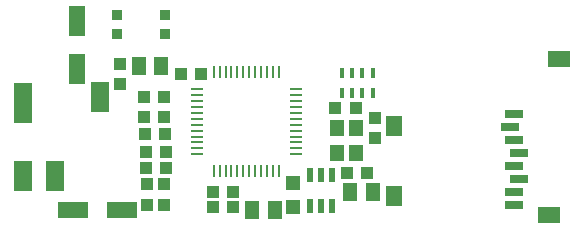
<source format=gbr>
G04 EAGLE Gerber RS-274X export*
G75*
%MOMM*%
%FSLAX34Y34*%
%LPD*%
%INSolderpaste Top*%
%IPPOS*%
%AMOC8*
5,1,8,0,0,1.08239X$1,22.5*%
G01*
%ADD10R,0.285000X1.100000*%
%ADD11R,1.100000X0.285000*%
%ADD12R,1.100000X0.280000*%
%ADD13R,0.550000X1.200000*%
%ADD14R,1.900000X1.400000*%
%ADD15R,1.400000X1.800000*%
%ADD16R,1.500000X0.700000*%
%ADD17R,1.240000X1.500000*%
%ADD18R,1.200000X1.400000*%
%ADD19R,1.075000X1.000000*%
%ADD20R,1.000000X1.075000*%
%ADD21R,1.300000X1.200000*%
%ADD22R,0.450000X0.900000*%
%ADD23R,1.400000X2.600000*%
%ADD24R,2.600000X1.400000*%
%ADD25R,1.500000X2.500000*%
%ADD26R,1.500000X3.400000*%
%ADD27R,0.900000X0.900000*%


D10*
X189670Y85000D03*
X194670Y85000D03*
X199670Y85000D03*
X204670Y85000D03*
X209670Y85000D03*
X214670Y85000D03*
X219670Y85000D03*
X224670Y85000D03*
X229670Y85000D03*
X234670Y85000D03*
X239670Y85000D03*
X244670Y85000D03*
D11*
X259170Y99500D03*
X259170Y104500D03*
X259170Y109500D03*
X259170Y114500D03*
X259170Y119500D03*
X259170Y124500D03*
X259170Y129500D03*
X259170Y134500D03*
X259170Y139500D03*
X259170Y144500D03*
X259170Y149500D03*
X259170Y154500D03*
D10*
X244670Y169000D03*
X239670Y169000D03*
X234670Y169000D03*
X229670Y169000D03*
X224670Y169000D03*
X219670Y169000D03*
X214670Y169000D03*
X209670Y169000D03*
X204670Y169000D03*
X199670Y169000D03*
X194670Y169000D03*
X189670Y169000D03*
D11*
X175170Y154500D03*
X175170Y149500D03*
X175170Y144500D03*
X175170Y139500D03*
X175170Y134500D03*
X175170Y129500D03*
X175170Y124500D03*
X175170Y119500D03*
X175170Y114500D03*
X175170Y109500D03*
X175170Y104500D03*
D12*
X175170Y99500D03*
D13*
X271170Y55580D03*
X280670Y55580D03*
X290170Y55580D03*
X290170Y81580D03*
X280670Y81580D03*
X271170Y81580D03*
D14*
X473220Y47815D03*
X482220Y179815D03*
D15*
X342220Y63815D03*
X342220Y123815D03*
D16*
X444220Y56815D03*
X444220Y67815D03*
X448220Y78815D03*
X444220Y89815D03*
X448220Y100815D03*
X444220Y111815D03*
X440220Y122815D03*
X444220Y133815D03*
D17*
X241275Y52070D03*
X222275Y52070D03*
X145390Y173990D03*
X126390Y173990D03*
D18*
X294260Y100125D03*
X294260Y122125D03*
X310260Y100125D03*
X310260Y122125D03*
D19*
X309744Y138430D03*
X292744Y138430D03*
X319650Y83820D03*
X302650Y83820D03*
D20*
X326390Y113420D03*
X326390Y130420D03*
D21*
X257175Y74930D03*
X257175Y54610D03*
D19*
X149470Y101600D03*
X132470Y101600D03*
X205985Y54610D03*
X188985Y54610D03*
X178680Y167640D03*
X161680Y167640D03*
D17*
X324206Y67818D03*
X305206Y67818D03*
D20*
X147320Y73905D03*
X147320Y56905D03*
X147320Y148200D03*
X147320Y131200D03*
X133350Y73905D03*
X133350Y56905D03*
X130810Y148200D03*
X130810Y131200D03*
D19*
X188985Y67945D03*
X205985Y67945D03*
D20*
X110490Y176140D03*
X110490Y159140D03*
D19*
X132470Y88265D03*
X149470Y88265D03*
D22*
X324150Y151520D03*
X324150Y168520D03*
X315150Y151520D03*
X307150Y151520D03*
X298150Y151520D03*
X298150Y168520D03*
X315150Y168520D03*
X307150Y168520D03*
D23*
X73660Y212270D03*
X73660Y171270D03*
D24*
X70940Y52070D03*
X111940Y52070D03*
D19*
X148200Y116840D03*
X131200Y116840D03*
D25*
X28000Y81300D03*
X93000Y148300D03*
X55000Y81300D03*
D26*
X28000Y143300D03*
D27*
X148770Y217550D03*
X148770Y201550D03*
X107770Y201550D03*
X107770Y217550D03*
M02*

</source>
